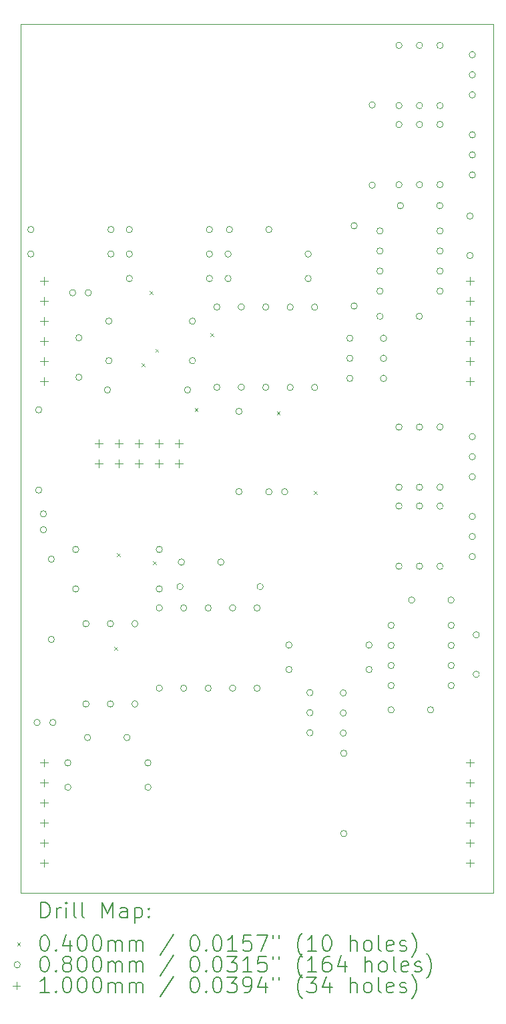
<source format=gbr>
%TF.GenerationSoftware,KiCad,Pcbnew,7.0.7-7.0.7~ubuntu22.04.1*%
%TF.CreationDate,2023-09-23T22:53:29+02:00*%
%TF.ProjectId,MS20-VCF,4d533230-2d56-4434-962e-6b696361645f,rev?*%
%TF.SameCoordinates,Original*%
%TF.FileFunction,Drillmap*%
%TF.FilePolarity,Positive*%
%FSLAX45Y45*%
G04 Gerber Fmt 4.5, Leading zero omitted, Abs format (unit mm)*
G04 Created by KiCad (PCBNEW 7.0.7-7.0.7~ubuntu22.04.1) date 2023-09-23 22:53:29*
%MOMM*%
%LPD*%
G01*
G04 APERTURE LIST*
%ADD10C,0.050000*%
%ADD11C,0.200000*%
%ADD12C,0.040000*%
%ADD13C,0.080000*%
%ADD14C,0.100000*%
G04 APERTURE END LIST*
D10*
X9000000Y-3650000D02*
X9000000Y-14650000D01*
X3000000Y-3650000D02*
X9000000Y-3650000D01*
X3000000Y-3650000D02*
X3000000Y-14650000D01*
X3000000Y-14650000D02*
X9000000Y-14650000D01*
D11*
D12*
X4190000Y-11530000D02*
X4230000Y-11570000D01*
X4230000Y-11530000D02*
X4190000Y-11570000D01*
X4220000Y-10350000D02*
X4260000Y-10390000D01*
X4260000Y-10350000D02*
X4220000Y-10390000D01*
X4534027Y-7941703D02*
X4574027Y-7981703D01*
X4574027Y-7941703D02*
X4534027Y-7981703D01*
X4640000Y-7030000D02*
X4680000Y-7070000D01*
X4680000Y-7030000D02*
X4640000Y-7070000D01*
X4680000Y-10450000D02*
X4720000Y-10490000D01*
X4720000Y-10450000D02*
X4680000Y-10490000D01*
X4710000Y-7760000D02*
X4750000Y-7800000D01*
X4750000Y-7760000D02*
X4710000Y-7800000D01*
X5210000Y-8510000D02*
X5250000Y-8550000D01*
X5250000Y-8510000D02*
X5210000Y-8550000D01*
X5410000Y-7560000D02*
X5450000Y-7600000D01*
X5450000Y-7560000D02*
X5410000Y-7600000D01*
X6250000Y-8550000D02*
X6290000Y-8590000D01*
X6290000Y-8550000D02*
X6250000Y-8590000D01*
X6720000Y-9560000D02*
X6760000Y-9600000D01*
X6760000Y-9560000D02*
X6720000Y-9600000D01*
D13*
X3170000Y-6250000D02*
G75*
G03*
X3170000Y-6250000I-40000J0D01*
G01*
X3170000Y-6560000D02*
G75*
G03*
X3170000Y-6560000I-40000J0D01*
G01*
X3250000Y-12490000D02*
G75*
G03*
X3250000Y-12490000I-40000J0D01*
G01*
X3270000Y-8532000D02*
G75*
G03*
X3270000Y-8532000I-40000J0D01*
G01*
X3270000Y-9548000D02*
G75*
G03*
X3270000Y-9548000I-40000J0D01*
G01*
X3330000Y-9850000D02*
G75*
G03*
X3330000Y-9850000I-40000J0D01*
G01*
X3330000Y-10050000D02*
G75*
G03*
X3330000Y-10050000I-40000J0D01*
G01*
X3430000Y-10422000D02*
G75*
G03*
X3430000Y-10422000I-40000J0D01*
G01*
X3430000Y-11438000D02*
G75*
G03*
X3430000Y-11438000I-40000J0D01*
G01*
X3450000Y-12490000D02*
G75*
G03*
X3450000Y-12490000I-40000J0D01*
G01*
X3640000Y-13000000D02*
G75*
G03*
X3640000Y-13000000I-40000J0D01*
G01*
X3640000Y-13310000D02*
G75*
G03*
X3640000Y-13310000I-40000J0D01*
G01*
X3700000Y-7050000D02*
G75*
G03*
X3700000Y-7050000I-40000J0D01*
G01*
X3740000Y-10300000D02*
G75*
G03*
X3740000Y-10300000I-40000J0D01*
G01*
X3740000Y-10800000D02*
G75*
G03*
X3740000Y-10800000I-40000J0D01*
G01*
X3780000Y-7620000D02*
G75*
G03*
X3780000Y-7620000I-40000J0D01*
G01*
X3780000Y-8120000D02*
G75*
G03*
X3780000Y-8120000I-40000J0D01*
G01*
X3870000Y-11240000D02*
G75*
G03*
X3870000Y-11240000I-40000J0D01*
G01*
X3870000Y-12256000D02*
G75*
G03*
X3870000Y-12256000I-40000J0D01*
G01*
X3890000Y-12680000D02*
G75*
G03*
X3890000Y-12680000I-40000J0D01*
G01*
X3900000Y-7050000D02*
G75*
G03*
X3900000Y-7050000I-40000J0D01*
G01*
X4142000Y-8280000D02*
G75*
G03*
X4142000Y-8280000I-40000J0D01*
G01*
X4160000Y-7410000D02*
G75*
G03*
X4160000Y-7410000I-40000J0D01*
G01*
X4160000Y-7910000D02*
G75*
G03*
X4160000Y-7910000I-40000J0D01*
G01*
X4180000Y-11240000D02*
G75*
G03*
X4180000Y-11240000I-40000J0D01*
G01*
X4180000Y-12256000D02*
G75*
G03*
X4180000Y-12256000I-40000J0D01*
G01*
X4186000Y-6250000D02*
G75*
G03*
X4186000Y-6250000I-40000J0D01*
G01*
X4186000Y-6560000D02*
G75*
G03*
X4186000Y-6560000I-40000J0D01*
G01*
X4390000Y-12680000D02*
G75*
G03*
X4390000Y-12680000I-40000J0D01*
G01*
X4420000Y-6250000D02*
G75*
G03*
X4420000Y-6250000I-40000J0D01*
G01*
X4420000Y-6560000D02*
G75*
G03*
X4420000Y-6560000I-40000J0D01*
G01*
X4420000Y-6870000D02*
G75*
G03*
X4420000Y-6870000I-40000J0D01*
G01*
X4490000Y-11240000D02*
G75*
G03*
X4490000Y-11240000I-40000J0D01*
G01*
X4490000Y-12256000D02*
G75*
G03*
X4490000Y-12256000I-40000J0D01*
G01*
X4656000Y-13000000D02*
G75*
G03*
X4656000Y-13000000I-40000J0D01*
G01*
X4656000Y-13310000D02*
G75*
G03*
X4656000Y-13310000I-40000J0D01*
G01*
X4800000Y-10300000D02*
G75*
G03*
X4800000Y-10300000I-40000J0D01*
G01*
X4800000Y-10800000D02*
G75*
G03*
X4800000Y-10800000I-40000J0D01*
G01*
X4800000Y-11040000D02*
G75*
G03*
X4800000Y-11040000I-40000J0D01*
G01*
X4800000Y-12056000D02*
G75*
G03*
X4800000Y-12056000I-40000J0D01*
G01*
X5062000Y-10770000D02*
G75*
G03*
X5062000Y-10770000I-40000J0D01*
G01*
X5080000Y-10460000D02*
G75*
G03*
X5080000Y-10460000I-40000J0D01*
G01*
X5110000Y-11040000D02*
G75*
G03*
X5110000Y-11040000I-40000J0D01*
G01*
X5110000Y-12056000D02*
G75*
G03*
X5110000Y-12056000I-40000J0D01*
G01*
X5158000Y-8280000D02*
G75*
G03*
X5158000Y-8280000I-40000J0D01*
G01*
X5220000Y-7410000D02*
G75*
G03*
X5220000Y-7410000I-40000J0D01*
G01*
X5220000Y-7910000D02*
G75*
G03*
X5220000Y-7910000I-40000J0D01*
G01*
X5420000Y-11040000D02*
G75*
G03*
X5420000Y-11040000I-40000J0D01*
G01*
X5420000Y-12056000D02*
G75*
G03*
X5420000Y-12056000I-40000J0D01*
G01*
X5436000Y-6250000D02*
G75*
G03*
X5436000Y-6250000I-40000J0D01*
G01*
X5436000Y-6560000D02*
G75*
G03*
X5436000Y-6560000I-40000J0D01*
G01*
X5436000Y-6870000D02*
G75*
G03*
X5436000Y-6870000I-40000J0D01*
G01*
X5530000Y-7230000D02*
G75*
G03*
X5530000Y-7230000I-40000J0D01*
G01*
X5530000Y-8246000D02*
G75*
G03*
X5530000Y-8246000I-40000J0D01*
G01*
X5580000Y-10460000D02*
G75*
G03*
X5580000Y-10460000I-40000J0D01*
G01*
X5672000Y-6560000D02*
G75*
G03*
X5672000Y-6560000I-40000J0D01*
G01*
X5672000Y-6870000D02*
G75*
G03*
X5672000Y-6870000I-40000J0D01*
G01*
X5690000Y-6250000D02*
G75*
G03*
X5690000Y-6250000I-40000J0D01*
G01*
X5730000Y-11040000D02*
G75*
G03*
X5730000Y-11040000I-40000J0D01*
G01*
X5730000Y-12056000D02*
G75*
G03*
X5730000Y-12056000I-40000J0D01*
G01*
X5810000Y-8552000D02*
G75*
G03*
X5810000Y-8552000I-40000J0D01*
G01*
X5810000Y-9568000D02*
G75*
G03*
X5810000Y-9568000I-40000J0D01*
G01*
X5840000Y-7230000D02*
G75*
G03*
X5840000Y-7230000I-40000J0D01*
G01*
X5840000Y-8246000D02*
G75*
G03*
X5840000Y-8246000I-40000J0D01*
G01*
X6040000Y-11040000D02*
G75*
G03*
X6040000Y-11040000I-40000J0D01*
G01*
X6040000Y-12056000D02*
G75*
G03*
X6040000Y-12056000I-40000J0D01*
G01*
X6078000Y-10770000D02*
G75*
G03*
X6078000Y-10770000I-40000J0D01*
G01*
X6150000Y-7232000D02*
G75*
G03*
X6150000Y-7232000I-40000J0D01*
G01*
X6150000Y-8248000D02*
G75*
G03*
X6150000Y-8248000I-40000J0D01*
G01*
X6190000Y-6250000D02*
G75*
G03*
X6190000Y-6250000I-40000J0D01*
G01*
X6190000Y-9570000D02*
G75*
G03*
X6190000Y-9570000I-40000J0D01*
G01*
X6390000Y-9570000D02*
G75*
G03*
X6390000Y-9570000I-40000J0D01*
G01*
X6444000Y-11510000D02*
G75*
G03*
X6444000Y-11510000I-40000J0D01*
G01*
X6444000Y-11820000D02*
G75*
G03*
X6444000Y-11820000I-40000J0D01*
G01*
X6460000Y-7232000D02*
G75*
G03*
X6460000Y-7232000I-40000J0D01*
G01*
X6460000Y-8248000D02*
G75*
G03*
X6460000Y-8248000I-40000J0D01*
G01*
X6688000Y-6560000D02*
G75*
G03*
X6688000Y-6560000I-40000J0D01*
G01*
X6688000Y-6870000D02*
G75*
G03*
X6688000Y-6870000I-40000J0D01*
G01*
X6710000Y-12112000D02*
G75*
G03*
X6710000Y-12112000I-40000J0D01*
G01*
X6710000Y-12366000D02*
G75*
G03*
X6710000Y-12366000I-40000J0D01*
G01*
X6710000Y-12620000D02*
G75*
G03*
X6710000Y-12620000I-40000J0D01*
G01*
X6770000Y-7232000D02*
G75*
G03*
X6770000Y-7232000I-40000J0D01*
G01*
X6770000Y-8248000D02*
G75*
G03*
X6770000Y-8248000I-40000J0D01*
G01*
X7134000Y-12116000D02*
G75*
G03*
X7134000Y-12116000I-40000J0D01*
G01*
X7134000Y-12370000D02*
G75*
G03*
X7134000Y-12370000I-40000J0D01*
G01*
X7134000Y-12624000D02*
G75*
G03*
X7134000Y-12624000I-40000J0D01*
G01*
X7140000Y-12880000D02*
G75*
G03*
X7140000Y-12880000I-40000J0D01*
G01*
X7140000Y-13896000D02*
G75*
G03*
X7140000Y-13896000I-40000J0D01*
G01*
X7216000Y-7626000D02*
G75*
G03*
X7216000Y-7626000I-40000J0D01*
G01*
X7216000Y-7880000D02*
G75*
G03*
X7216000Y-7880000I-40000J0D01*
G01*
X7216000Y-8134000D02*
G75*
G03*
X7216000Y-8134000I-40000J0D01*
G01*
X7270000Y-6202000D02*
G75*
G03*
X7270000Y-6202000I-40000J0D01*
G01*
X7270000Y-7218000D02*
G75*
G03*
X7270000Y-7218000I-40000J0D01*
G01*
X7460000Y-11510000D02*
G75*
G03*
X7460000Y-11510000I-40000J0D01*
G01*
X7460000Y-11820000D02*
G75*
G03*
X7460000Y-11820000I-40000J0D01*
G01*
X7500000Y-4672000D02*
G75*
G03*
X7500000Y-4672000I-40000J0D01*
G01*
X7500000Y-5688000D02*
G75*
G03*
X7500000Y-5688000I-40000J0D01*
G01*
X7598000Y-6268000D02*
G75*
G03*
X7598000Y-6268000I-40000J0D01*
G01*
X7598000Y-6522000D02*
G75*
G03*
X7598000Y-6522000I-40000J0D01*
G01*
X7598000Y-6776000D02*
G75*
G03*
X7598000Y-6776000I-40000J0D01*
G01*
X7598000Y-7030000D02*
G75*
G03*
X7598000Y-7030000I-40000J0D01*
G01*
X7598000Y-7348000D02*
G75*
G03*
X7598000Y-7348000I-40000J0D01*
G01*
X7644000Y-7626000D02*
G75*
G03*
X7644000Y-7626000I-40000J0D01*
G01*
X7644000Y-7880000D02*
G75*
G03*
X7644000Y-7880000I-40000J0D01*
G01*
X7644000Y-8134000D02*
G75*
G03*
X7644000Y-8134000I-40000J0D01*
G01*
X7740000Y-11260000D02*
G75*
G03*
X7740000Y-11260000I-40000J0D01*
G01*
X7740000Y-11514000D02*
G75*
G03*
X7740000Y-11514000I-40000J0D01*
G01*
X7740000Y-11768000D02*
G75*
G03*
X7740000Y-11768000I-40000J0D01*
G01*
X7740000Y-12022000D02*
G75*
G03*
X7740000Y-12022000I-40000J0D01*
G01*
X7740000Y-12330000D02*
G75*
G03*
X7740000Y-12330000I-40000J0D01*
G01*
X7840000Y-3919000D02*
G75*
G03*
X7840000Y-3919000I-40000J0D01*
G01*
X7840000Y-4681000D02*
G75*
G03*
X7840000Y-4681000I-40000J0D01*
G01*
X7840000Y-4920000D02*
G75*
G03*
X7840000Y-4920000I-40000J0D01*
G01*
X7840000Y-5682000D02*
G75*
G03*
X7840000Y-5682000I-40000J0D01*
G01*
X7840000Y-8750000D02*
G75*
G03*
X7840000Y-8750000I-40000J0D01*
G01*
X7840000Y-9512000D02*
G75*
G03*
X7840000Y-9512000I-40000J0D01*
G01*
X7840000Y-9750000D02*
G75*
G03*
X7840000Y-9750000I-40000J0D01*
G01*
X7840000Y-10512000D02*
G75*
G03*
X7840000Y-10512000I-40000J0D01*
G01*
X7858000Y-5948000D02*
G75*
G03*
X7858000Y-5948000I-40000J0D01*
G01*
X8000000Y-10940000D02*
G75*
G03*
X8000000Y-10940000I-40000J0D01*
G01*
X8098000Y-7348000D02*
G75*
G03*
X8098000Y-7348000I-40000J0D01*
G01*
X8100000Y-3919000D02*
G75*
G03*
X8100000Y-3919000I-40000J0D01*
G01*
X8100000Y-4681000D02*
G75*
G03*
X8100000Y-4681000I-40000J0D01*
G01*
X8100000Y-4920000D02*
G75*
G03*
X8100000Y-4920000I-40000J0D01*
G01*
X8100000Y-5682000D02*
G75*
G03*
X8100000Y-5682000I-40000J0D01*
G01*
X8100000Y-8750000D02*
G75*
G03*
X8100000Y-8750000I-40000J0D01*
G01*
X8100000Y-9512000D02*
G75*
G03*
X8100000Y-9512000I-40000J0D01*
G01*
X8100000Y-9750000D02*
G75*
G03*
X8100000Y-9750000I-40000J0D01*
G01*
X8100000Y-10512000D02*
G75*
G03*
X8100000Y-10512000I-40000J0D01*
G01*
X8240000Y-12330000D02*
G75*
G03*
X8240000Y-12330000I-40000J0D01*
G01*
X8358000Y-5948000D02*
G75*
G03*
X8358000Y-5948000I-40000J0D01*
G01*
X8360000Y-3919000D02*
G75*
G03*
X8360000Y-3919000I-40000J0D01*
G01*
X8360000Y-4681000D02*
G75*
G03*
X8360000Y-4681000I-40000J0D01*
G01*
X8360000Y-4920000D02*
G75*
G03*
X8360000Y-4920000I-40000J0D01*
G01*
X8360000Y-5682000D02*
G75*
G03*
X8360000Y-5682000I-40000J0D01*
G01*
X8360000Y-6268000D02*
G75*
G03*
X8360000Y-6268000I-40000J0D01*
G01*
X8360000Y-6522000D02*
G75*
G03*
X8360000Y-6522000I-40000J0D01*
G01*
X8360000Y-6776000D02*
G75*
G03*
X8360000Y-6776000I-40000J0D01*
G01*
X8360000Y-7030000D02*
G75*
G03*
X8360000Y-7030000I-40000J0D01*
G01*
X8360000Y-8750000D02*
G75*
G03*
X8360000Y-8750000I-40000J0D01*
G01*
X8360000Y-9512000D02*
G75*
G03*
X8360000Y-9512000I-40000J0D01*
G01*
X8360000Y-9750000D02*
G75*
G03*
X8360000Y-9750000I-40000J0D01*
G01*
X8360000Y-10512000D02*
G75*
G03*
X8360000Y-10512000I-40000J0D01*
G01*
X8500000Y-10940000D02*
G75*
G03*
X8500000Y-10940000I-40000J0D01*
G01*
X8502000Y-11260000D02*
G75*
G03*
X8502000Y-11260000I-40000J0D01*
G01*
X8502000Y-11514000D02*
G75*
G03*
X8502000Y-11514000I-40000J0D01*
G01*
X8502000Y-11768000D02*
G75*
G03*
X8502000Y-11768000I-40000J0D01*
G01*
X8502000Y-12022000D02*
G75*
G03*
X8502000Y-12022000I-40000J0D01*
G01*
X8740000Y-6080000D02*
G75*
G03*
X8740000Y-6080000I-40000J0D01*
G01*
X8740000Y-6580000D02*
G75*
G03*
X8740000Y-6580000I-40000J0D01*
G01*
X8770000Y-4036000D02*
G75*
G03*
X8770000Y-4036000I-40000J0D01*
G01*
X8770000Y-4290000D02*
G75*
G03*
X8770000Y-4290000I-40000J0D01*
G01*
X8770000Y-4544000D02*
G75*
G03*
X8770000Y-4544000I-40000J0D01*
G01*
X8770000Y-5051000D02*
G75*
G03*
X8770000Y-5051000I-40000J0D01*
G01*
X8770000Y-5305000D02*
G75*
G03*
X8770000Y-5305000I-40000J0D01*
G01*
X8770000Y-5559000D02*
G75*
G03*
X8770000Y-5559000I-40000J0D01*
G01*
X8770000Y-8872000D02*
G75*
G03*
X8770000Y-8872000I-40000J0D01*
G01*
X8770000Y-9126000D02*
G75*
G03*
X8770000Y-9126000I-40000J0D01*
G01*
X8770000Y-9380000D02*
G75*
G03*
X8770000Y-9380000I-40000J0D01*
G01*
X8770000Y-9882000D02*
G75*
G03*
X8770000Y-9882000I-40000J0D01*
G01*
X8770000Y-10136000D02*
G75*
G03*
X8770000Y-10136000I-40000J0D01*
G01*
X8770000Y-10390000D02*
G75*
G03*
X8770000Y-10390000I-40000J0D01*
G01*
X8820000Y-11380000D02*
G75*
G03*
X8820000Y-11380000I-40000J0D01*
G01*
X8820000Y-11880000D02*
G75*
G03*
X8820000Y-11880000I-40000J0D01*
G01*
D14*
X3300000Y-6850000D02*
X3300000Y-6950000D01*
X3250000Y-6900000D02*
X3350000Y-6900000D01*
X3300000Y-7104000D02*
X3300000Y-7204000D01*
X3250000Y-7154000D02*
X3350000Y-7154000D01*
X3300000Y-7358000D02*
X3300000Y-7458000D01*
X3250000Y-7408000D02*
X3350000Y-7408000D01*
X3300000Y-7612000D02*
X3300000Y-7712000D01*
X3250000Y-7662000D02*
X3350000Y-7662000D01*
X3300000Y-7866000D02*
X3300000Y-7966000D01*
X3250000Y-7916000D02*
X3350000Y-7916000D01*
X3300000Y-8120000D02*
X3300000Y-8220000D01*
X3250000Y-8170000D02*
X3350000Y-8170000D01*
X3300000Y-12950000D02*
X3300000Y-13050000D01*
X3250000Y-13000000D02*
X3350000Y-13000000D01*
X3300000Y-13204000D02*
X3300000Y-13304000D01*
X3250000Y-13254000D02*
X3350000Y-13254000D01*
X3300000Y-13458000D02*
X3300000Y-13558000D01*
X3250000Y-13508000D02*
X3350000Y-13508000D01*
X3300000Y-13712000D02*
X3300000Y-13812000D01*
X3250000Y-13762000D02*
X3350000Y-13762000D01*
X3300000Y-13966000D02*
X3300000Y-14066000D01*
X3250000Y-14016000D02*
X3350000Y-14016000D01*
X3300000Y-14220000D02*
X3300000Y-14320000D01*
X3250000Y-14270000D02*
X3350000Y-14270000D01*
X3992000Y-8906000D02*
X3992000Y-9006000D01*
X3942000Y-8956000D02*
X4042000Y-8956000D01*
X3992000Y-9160000D02*
X3992000Y-9260000D01*
X3942000Y-9210000D02*
X4042000Y-9210000D01*
X4246000Y-8906000D02*
X4246000Y-9006000D01*
X4196000Y-8956000D02*
X4296000Y-8956000D01*
X4246000Y-9160000D02*
X4246000Y-9260000D01*
X4196000Y-9210000D02*
X4296000Y-9210000D01*
X4500000Y-8906000D02*
X4500000Y-9006000D01*
X4450000Y-8956000D02*
X4550000Y-8956000D01*
X4500000Y-9160000D02*
X4500000Y-9260000D01*
X4450000Y-9210000D02*
X4550000Y-9210000D01*
X4754000Y-8906000D02*
X4754000Y-9006000D01*
X4704000Y-8956000D02*
X4804000Y-8956000D01*
X4754000Y-9160000D02*
X4754000Y-9260000D01*
X4704000Y-9210000D02*
X4804000Y-9210000D01*
X5008000Y-8906000D02*
X5008000Y-9006000D01*
X4958000Y-8956000D02*
X5058000Y-8956000D01*
X5008000Y-9160000D02*
X5008000Y-9260000D01*
X4958000Y-9210000D02*
X5058000Y-9210000D01*
X8700000Y-6850000D02*
X8700000Y-6950000D01*
X8650000Y-6900000D02*
X8750000Y-6900000D01*
X8700000Y-7104000D02*
X8700000Y-7204000D01*
X8650000Y-7154000D02*
X8750000Y-7154000D01*
X8700000Y-7358000D02*
X8700000Y-7458000D01*
X8650000Y-7408000D02*
X8750000Y-7408000D01*
X8700000Y-7612000D02*
X8700000Y-7712000D01*
X8650000Y-7662000D02*
X8750000Y-7662000D01*
X8700000Y-7866000D02*
X8700000Y-7966000D01*
X8650000Y-7916000D02*
X8750000Y-7916000D01*
X8700000Y-8120000D02*
X8700000Y-8220000D01*
X8650000Y-8170000D02*
X8750000Y-8170000D01*
X8700000Y-12950000D02*
X8700000Y-13050000D01*
X8650000Y-13000000D02*
X8750000Y-13000000D01*
X8700000Y-13204000D02*
X8700000Y-13304000D01*
X8650000Y-13254000D02*
X8750000Y-13254000D01*
X8700000Y-13458000D02*
X8700000Y-13558000D01*
X8650000Y-13508000D02*
X8750000Y-13508000D01*
X8700000Y-13712000D02*
X8700000Y-13812000D01*
X8650000Y-13762000D02*
X8750000Y-13762000D01*
X8700000Y-13966000D02*
X8700000Y-14066000D01*
X8650000Y-14016000D02*
X8750000Y-14016000D01*
X8700000Y-14220000D02*
X8700000Y-14320000D01*
X8650000Y-14270000D02*
X8750000Y-14270000D01*
D11*
X3258277Y-14963984D02*
X3258277Y-14763984D01*
X3258277Y-14763984D02*
X3305896Y-14763984D01*
X3305896Y-14763984D02*
X3334467Y-14773508D01*
X3334467Y-14773508D02*
X3353515Y-14792555D01*
X3353515Y-14792555D02*
X3363039Y-14811603D01*
X3363039Y-14811603D02*
X3372562Y-14849698D01*
X3372562Y-14849698D02*
X3372562Y-14878269D01*
X3372562Y-14878269D02*
X3363039Y-14916365D01*
X3363039Y-14916365D02*
X3353515Y-14935412D01*
X3353515Y-14935412D02*
X3334467Y-14954460D01*
X3334467Y-14954460D02*
X3305896Y-14963984D01*
X3305896Y-14963984D02*
X3258277Y-14963984D01*
X3458277Y-14963984D02*
X3458277Y-14830650D01*
X3458277Y-14868746D02*
X3467801Y-14849698D01*
X3467801Y-14849698D02*
X3477324Y-14840174D01*
X3477324Y-14840174D02*
X3496372Y-14830650D01*
X3496372Y-14830650D02*
X3515420Y-14830650D01*
X3582086Y-14963984D02*
X3582086Y-14830650D01*
X3582086Y-14763984D02*
X3572562Y-14773508D01*
X3572562Y-14773508D02*
X3582086Y-14783031D01*
X3582086Y-14783031D02*
X3591610Y-14773508D01*
X3591610Y-14773508D02*
X3582086Y-14763984D01*
X3582086Y-14763984D02*
X3582086Y-14783031D01*
X3705896Y-14963984D02*
X3686848Y-14954460D01*
X3686848Y-14954460D02*
X3677324Y-14935412D01*
X3677324Y-14935412D02*
X3677324Y-14763984D01*
X3810658Y-14963984D02*
X3791610Y-14954460D01*
X3791610Y-14954460D02*
X3782086Y-14935412D01*
X3782086Y-14935412D02*
X3782086Y-14763984D01*
X4039229Y-14963984D02*
X4039229Y-14763984D01*
X4039229Y-14763984D02*
X4105896Y-14906841D01*
X4105896Y-14906841D02*
X4172562Y-14763984D01*
X4172562Y-14763984D02*
X4172562Y-14963984D01*
X4353515Y-14963984D02*
X4353515Y-14859222D01*
X4353515Y-14859222D02*
X4343991Y-14840174D01*
X4343991Y-14840174D02*
X4324944Y-14830650D01*
X4324944Y-14830650D02*
X4286848Y-14830650D01*
X4286848Y-14830650D02*
X4267801Y-14840174D01*
X4353515Y-14954460D02*
X4334467Y-14963984D01*
X4334467Y-14963984D02*
X4286848Y-14963984D01*
X4286848Y-14963984D02*
X4267801Y-14954460D01*
X4267801Y-14954460D02*
X4258277Y-14935412D01*
X4258277Y-14935412D02*
X4258277Y-14916365D01*
X4258277Y-14916365D02*
X4267801Y-14897317D01*
X4267801Y-14897317D02*
X4286848Y-14887793D01*
X4286848Y-14887793D02*
X4334467Y-14887793D01*
X4334467Y-14887793D02*
X4353515Y-14878269D01*
X4448753Y-14830650D02*
X4448753Y-15030650D01*
X4448753Y-14840174D02*
X4467801Y-14830650D01*
X4467801Y-14830650D02*
X4505896Y-14830650D01*
X4505896Y-14830650D02*
X4524944Y-14840174D01*
X4524944Y-14840174D02*
X4534467Y-14849698D01*
X4534467Y-14849698D02*
X4543991Y-14868746D01*
X4543991Y-14868746D02*
X4543991Y-14925888D01*
X4543991Y-14925888D02*
X4534467Y-14944936D01*
X4534467Y-14944936D02*
X4524944Y-14954460D01*
X4524944Y-14954460D02*
X4505896Y-14963984D01*
X4505896Y-14963984D02*
X4467801Y-14963984D01*
X4467801Y-14963984D02*
X4448753Y-14954460D01*
X4629705Y-14944936D02*
X4639229Y-14954460D01*
X4639229Y-14954460D02*
X4629705Y-14963984D01*
X4629705Y-14963984D02*
X4620182Y-14954460D01*
X4620182Y-14954460D02*
X4629705Y-14944936D01*
X4629705Y-14944936D02*
X4629705Y-14963984D01*
X4629705Y-14840174D02*
X4639229Y-14849698D01*
X4639229Y-14849698D02*
X4629705Y-14859222D01*
X4629705Y-14859222D02*
X4620182Y-14849698D01*
X4620182Y-14849698D02*
X4629705Y-14840174D01*
X4629705Y-14840174D02*
X4629705Y-14859222D01*
D12*
X2957500Y-15272500D02*
X2997500Y-15312500D01*
X2997500Y-15272500D02*
X2957500Y-15312500D01*
D11*
X3296372Y-15183984D02*
X3315420Y-15183984D01*
X3315420Y-15183984D02*
X3334467Y-15193508D01*
X3334467Y-15193508D02*
X3343991Y-15203031D01*
X3343991Y-15203031D02*
X3353515Y-15222079D01*
X3353515Y-15222079D02*
X3363039Y-15260174D01*
X3363039Y-15260174D02*
X3363039Y-15307793D01*
X3363039Y-15307793D02*
X3353515Y-15345888D01*
X3353515Y-15345888D02*
X3343991Y-15364936D01*
X3343991Y-15364936D02*
X3334467Y-15374460D01*
X3334467Y-15374460D02*
X3315420Y-15383984D01*
X3315420Y-15383984D02*
X3296372Y-15383984D01*
X3296372Y-15383984D02*
X3277324Y-15374460D01*
X3277324Y-15374460D02*
X3267801Y-15364936D01*
X3267801Y-15364936D02*
X3258277Y-15345888D01*
X3258277Y-15345888D02*
X3248753Y-15307793D01*
X3248753Y-15307793D02*
X3248753Y-15260174D01*
X3248753Y-15260174D02*
X3258277Y-15222079D01*
X3258277Y-15222079D02*
X3267801Y-15203031D01*
X3267801Y-15203031D02*
X3277324Y-15193508D01*
X3277324Y-15193508D02*
X3296372Y-15183984D01*
X3448753Y-15364936D02*
X3458277Y-15374460D01*
X3458277Y-15374460D02*
X3448753Y-15383984D01*
X3448753Y-15383984D02*
X3439229Y-15374460D01*
X3439229Y-15374460D02*
X3448753Y-15364936D01*
X3448753Y-15364936D02*
X3448753Y-15383984D01*
X3629705Y-15250650D02*
X3629705Y-15383984D01*
X3582086Y-15174460D02*
X3534467Y-15317317D01*
X3534467Y-15317317D02*
X3658277Y-15317317D01*
X3772562Y-15183984D02*
X3791610Y-15183984D01*
X3791610Y-15183984D02*
X3810658Y-15193508D01*
X3810658Y-15193508D02*
X3820182Y-15203031D01*
X3820182Y-15203031D02*
X3829705Y-15222079D01*
X3829705Y-15222079D02*
X3839229Y-15260174D01*
X3839229Y-15260174D02*
X3839229Y-15307793D01*
X3839229Y-15307793D02*
X3829705Y-15345888D01*
X3829705Y-15345888D02*
X3820182Y-15364936D01*
X3820182Y-15364936D02*
X3810658Y-15374460D01*
X3810658Y-15374460D02*
X3791610Y-15383984D01*
X3791610Y-15383984D02*
X3772562Y-15383984D01*
X3772562Y-15383984D02*
X3753515Y-15374460D01*
X3753515Y-15374460D02*
X3743991Y-15364936D01*
X3743991Y-15364936D02*
X3734467Y-15345888D01*
X3734467Y-15345888D02*
X3724943Y-15307793D01*
X3724943Y-15307793D02*
X3724943Y-15260174D01*
X3724943Y-15260174D02*
X3734467Y-15222079D01*
X3734467Y-15222079D02*
X3743991Y-15203031D01*
X3743991Y-15203031D02*
X3753515Y-15193508D01*
X3753515Y-15193508D02*
X3772562Y-15183984D01*
X3963039Y-15183984D02*
X3982086Y-15183984D01*
X3982086Y-15183984D02*
X4001134Y-15193508D01*
X4001134Y-15193508D02*
X4010658Y-15203031D01*
X4010658Y-15203031D02*
X4020182Y-15222079D01*
X4020182Y-15222079D02*
X4029705Y-15260174D01*
X4029705Y-15260174D02*
X4029705Y-15307793D01*
X4029705Y-15307793D02*
X4020182Y-15345888D01*
X4020182Y-15345888D02*
X4010658Y-15364936D01*
X4010658Y-15364936D02*
X4001134Y-15374460D01*
X4001134Y-15374460D02*
X3982086Y-15383984D01*
X3982086Y-15383984D02*
X3963039Y-15383984D01*
X3963039Y-15383984D02*
X3943991Y-15374460D01*
X3943991Y-15374460D02*
X3934467Y-15364936D01*
X3934467Y-15364936D02*
X3924943Y-15345888D01*
X3924943Y-15345888D02*
X3915420Y-15307793D01*
X3915420Y-15307793D02*
X3915420Y-15260174D01*
X3915420Y-15260174D02*
X3924943Y-15222079D01*
X3924943Y-15222079D02*
X3934467Y-15203031D01*
X3934467Y-15203031D02*
X3943991Y-15193508D01*
X3943991Y-15193508D02*
X3963039Y-15183984D01*
X4115420Y-15383984D02*
X4115420Y-15250650D01*
X4115420Y-15269698D02*
X4124943Y-15260174D01*
X4124943Y-15260174D02*
X4143991Y-15250650D01*
X4143991Y-15250650D02*
X4172563Y-15250650D01*
X4172563Y-15250650D02*
X4191610Y-15260174D01*
X4191610Y-15260174D02*
X4201134Y-15279222D01*
X4201134Y-15279222D02*
X4201134Y-15383984D01*
X4201134Y-15279222D02*
X4210658Y-15260174D01*
X4210658Y-15260174D02*
X4229705Y-15250650D01*
X4229705Y-15250650D02*
X4258277Y-15250650D01*
X4258277Y-15250650D02*
X4277325Y-15260174D01*
X4277325Y-15260174D02*
X4286848Y-15279222D01*
X4286848Y-15279222D02*
X4286848Y-15383984D01*
X4382086Y-15383984D02*
X4382086Y-15250650D01*
X4382086Y-15269698D02*
X4391610Y-15260174D01*
X4391610Y-15260174D02*
X4410658Y-15250650D01*
X4410658Y-15250650D02*
X4439229Y-15250650D01*
X4439229Y-15250650D02*
X4458277Y-15260174D01*
X4458277Y-15260174D02*
X4467801Y-15279222D01*
X4467801Y-15279222D02*
X4467801Y-15383984D01*
X4467801Y-15279222D02*
X4477325Y-15260174D01*
X4477325Y-15260174D02*
X4496372Y-15250650D01*
X4496372Y-15250650D02*
X4524944Y-15250650D01*
X4524944Y-15250650D02*
X4543991Y-15260174D01*
X4543991Y-15260174D02*
X4553515Y-15279222D01*
X4553515Y-15279222D02*
X4553515Y-15383984D01*
X4943991Y-15174460D02*
X4772563Y-15431603D01*
X5201134Y-15183984D02*
X5220182Y-15183984D01*
X5220182Y-15183984D02*
X5239229Y-15193508D01*
X5239229Y-15193508D02*
X5248753Y-15203031D01*
X5248753Y-15203031D02*
X5258277Y-15222079D01*
X5258277Y-15222079D02*
X5267801Y-15260174D01*
X5267801Y-15260174D02*
X5267801Y-15307793D01*
X5267801Y-15307793D02*
X5258277Y-15345888D01*
X5258277Y-15345888D02*
X5248753Y-15364936D01*
X5248753Y-15364936D02*
X5239229Y-15374460D01*
X5239229Y-15374460D02*
X5220182Y-15383984D01*
X5220182Y-15383984D02*
X5201134Y-15383984D01*
X5201134Y-15383984D02*
X5182087Y-15374460D01*
X5182087Y-15374460D02*
X5172563Y-15364936D01*
X5172563Y-15364936D02*
X5163039Y-15345888D01*
X5163039Y-15345888D02*
X5153515Y-15307793D01*
X5153515Y-15307793D02*
X5153515Y-15260174D01*
X5153515Y-15260174D02*
X5163039Y-15222079D01*
X5163039Y-15222079D02*
X5172563Y-15203031D01*
X5172563Y-15203031D02*
X5182087Y-15193508D01*
X5182087Y-15193508D02*
X5201134Y-15183984D01*
X5353515Y-15364936D02*
X5363039Y-15374460D01*
X5363039Y-15374460D02*
X5353515Y-15383984D01*
X5353515Y-15383984D02*
X5343991Y-15374460D01*
X5343991Y-15374460D02*
X5353515Y-15364936D01*
X5353515Y-15364936D02*
X5353515Y-15383984D01*
X5486848Y-15183984D02*
X5505896Y-15183984D01*
X5505896Y-15183984D02*
X5524944Y-15193508D01*
X5524944Y-15193508D02*
X5534468Y-15203031D01*
X5534468Y-15203031D02*
X5543991Y-15222079D01*
X5543991Y-15222079D02*
X5553515Y-15260174D01*
X5553515Y-15260174D02*
X5553515Y-15307793D01*
X5553515Y-15307793D02*
X5543991Y-15345888D01*
X5543991Y-15345888D02*
X5534468Y-15364936D01*
X5534468Y-15364936D02*
X5524944Y-15374460D01*
X5524944Y-15374460D02*
X5505896Y-15383984D01*
X5505896Y-15383984D02*
X5486848Y-15383984D01*
X5486848Y-15383984D02*
X5467801Y-15374460D01*
X5467801Y-15374460D02*
X5458277Y-15364936D01*
X5458277Y-15364936D02*
X5448753Y-15345888D01*
X5448753Y-15345888D02*
X5439229Y-15307793D01*
X5439229Y-15307793D02*
X5439229Y-15260174D01*
X5439229Y-15260174D02*
X5448753Y-15222079D01*
X5448753Y-15222079D02*
X5458277Y-15203031D01*
X5458277Y-15203031D02*
X5467801Y-15193508D01*
X5467801Y-15193508D02*
X5486848Y-15183984D01*
X5743991Y-15383984D02*
X5629706Y-15383984D01*
X5686848Y-15383984D02*
X5686848Y-15183984D01*
X5686848Y-15183984D02*
X5667801Y-15212555D01*
X5667801Y-15212555D02*
X5648753Y-15231603D01*
X5648753Y-15231603D02*
X5629706Y-15241127D01*
X5924944Y-15183984D02*
X5829706Y-15183984D01*
X5829706Y-15183984D02*
X5820182Y-15279222D01*
X5820182Y-15279222D02*
X5829706Y-15269698D01*
X5829706Y-15269698D02*
X5848753Y-15260174D01*
X5848753Y-15260174D02*
X5896372Y-15260174D01*
X5896372Y-15260174D02*
X5915420Y-15269698D01*
X5915420Y-15269698D02*
X5924944Y-15279222D01*
X5924944Y-15279222D02*
X5934467Y-15298269D01*
X5934467Y-15298269D02*
X5934467Y-15345888D01*
X5934467Y-15345888D02*
X5924944Y-15364936D01*
X5924944Y-15364936D02*
X5915420Y-15374460D01*
X5915420Y-15374460D02*
X5896372Y-15383984D01*
X5896372Y-15383984D02*
X5848753Y-15383984D01*
X5848753Y-15383984D02*
X5829706Y-15374460D01*
X5829706Y-15374460D02*
X5820182Y-15364936D01*
X6001134Y-15183984D02*
X6134467Y-15183984D01*
X6134467Y-15183984D02*
X6048753Y-15383984D01*
X6201134Y-15183984D02*
X6201134Y-15222079D01*
X6277325Y-15183984D02*
X6277325Y-15222079D01*
X6572563Y-15460174D02*
X6563039Y-15450650D01*
X6563039Y-15450650D02*
X6543991Y-15422079D01*
X6543991Y-15422079D02*
X6534468Y-15403031D01*
X6534468Y-15403031D02*
X6524944Y-15374460D01*
X6524944Y-15374460D02*
X6515420Y-15326841D01*
X6515420Y-15326841D02*
X6515420Y-15288746D01*
X6515420Y-15288746D02*
X6524944Y-15241127D01*
X6524944Y-15241127D02*
X6534468Y-15212555D01*
X6534468Y-15212555D02*
X6543991Y-15193508D01*
X6543991Y-15193508D02*
X6563039Y-15164936D01*
X6563039Y-15164936D02*
X6572563Y-15155412D01*
X6753515Y-15383984D02*
X6639229Y-15383984D01*
X6696372Y-15383984D02*
X6696372Y-15183984D01*
X6696372Y-15183984D02*
X6677325Y-15212555D01*
X6677325Y-15212555D02*
X6658277Y-15231603D01*
X6658277Y-15231603D02*
X6639229Y-15241127D01*
X6877325Y-15183984D02*
X6896372Y-15183984D01*
X6896372Y-15183984D02*
X6915420Y-15193508D01*
X6915420Y-15193508D02*
X6924944Y-15203031D01*
X6924944Y-15203031D02*
X6934468Y-15222079D01*
X6934468Y-15222079D02*
X6943991Y-15260174D01*
X6943991Y-15260174D02*
X6943991Y-15307793D01*
X6943991Y-15307793D02*
X6934468Y-15345888D01*
X6934468Y-15345888D02*
X6924944Y-15364936D01*
X6924944Y-15364936D02*
X6915420Y-15374460D01*
X6915420Y-15374460D02*
X6896372Y-15383984D01*
X6896372Y-15383984D02*
X6877325Y-15383984D01*
X6877325Y-15383984D02*
X6858277Y-15374460D01*
X6858277Y-15374460D02*
X6848753Y-15364936D01*
X6848753Y-15364936D02*
X6839229Y-15345888D01*
X6839229Y-15345888D02*
X6829706Y-15307793D01*
X6829706Y-15307793D02*
X6829706Y-15260174D01*
X6829706Y-15260174D02*
X6839229Y-15222079D01*
X6839229Y-15222079D02*
X6848753Y-15203031D01*
X6848753Y-15203031D02*
X6858277Y-15193508D01*
X6858277Y-15193508D02*
X6877325Y-15183984D01*
X7182087Y-15383984D02*
X7182087Y-15183984D01*
X7267801Y-15383984D02*
X7267801Y-15279222D01*
X7267801Y-15279222D02*
X7258277Y-15260174D01*
X7258277Y-15260174D02*
X7239230Y-15250650D01*
X7239230Y-15250650D02*
X7210658Y-15250650D01*
X7210658Y-15250650D02*
X7191610Y-15260174D01*
X7191610Y-15260174D02*
X7182087Y-15269698D01*
X7391610Y-15383984D02*
X7372563Y-15374460D01*
X7372563Y-15374460D02*
X7363039Y-15364936D01*
X7363039Y-15364936D02*
X7353515Y-15345888D01*
X7353515Y-15345888D02*
X7353515Y-15288746D01*
X7353515Y-15288746D02*
X7363039Y-15269698D01*
X7363039Y-15269698D02*
X7372563Y-15260174D01*
X7372563Y-15260174D02*
X7391610Y-15250650D01*
X7391610Y-15250650D02*
X7420182Y-15250650D01*
X7420182Y-15250650D02*
X7439230Y-15260174D01*
X7439230Y-15260174D02*
X7448753Y-15269698D01*
X7448753Y-15269698D02*
X7458277Y-15288746D01*
X7458277Y-15288746D02*
X7458277Y-15345888D01*
X7458277Y-15345888D02*
X7448753Y-15364936D01*
X7448753Y-15364936D02*
X7439230Y-15374460D01*
X7439230Y-15374460D02*
X7420182Y-15383984D01*
X7420182Y-15383984D02*
X7391610Y-15383984D01*
X7572563Y-15383984D02*
X7553515Y-15374460D01*
X7553515Y-15374460D02*
X7543991Y-15355412D01*
X7543991Y-15355412D02*
X7543991Y-15183984D01*
X7724944Y-15374460D02*
X7705896Y-15383984D01*
X7705896Y-15383984D02*
X7667801Y-15383984D01*
X7667801Y-15383984D02*
X7648753Y-15374460D01*
X7648753Y-15374460D02*
X7639230Y-15355412D01*
X7639230Y-15355412D02*
X7639230Y-15279222D01*
X7639230Y-15279222D02*
X7648753Y-15260174D01*
X7648753Y-15260174D02*
X7667801Y-15250650D01*
X7667801Y-15250650D02*
X7705896Y-15250650D01*
X7705896Y-15250650D02*
X7724944Y-15260174D01*
X7724944Y-15260174D02*
X7734468Y-15279222D01*
X7734468Y-15279222D02*
X7734468Y-15298269D01*
X7734468Y-15298269D02*
X7639230Y-15317317D01*
X7810658Y-15374460D02*
X7829706Y-15383984D01*
X7829706Y-15383984D02*
X7867801Y-15383984D01*
X7867801Y-15383984D02*
X7886849Y-15374460D01*
X7886849Y-15374460D02*
X7896372Y-15355412D01*
X7896372Y-15355412D02*
X7896372Y-15345888D01*
X7896372Y-15345888D02*
X7886849Y-15326841D01*
X7886849Y-15326841D02*
X7867801Y-15317317D01*
X7867801Y-15317317D02*
X7839230Y-15317317D01*
X7839230Y-15317317D02*
X7820182Y-15307793D01*
X7820182Y-15307793D02*
X7810658Y-15288746D01*
X7810658Y-15288746D02*
X7810658Y-15279222D01*
X7810658Y-15279222D02*
X7820182Y-15260174D01*
X7820182Y-15260174D02*
X7839230Y-15250650D01*
X7839230Y-15250650D02*
X7867801Y-15250650D01*
X7867801Y-15250650D02*
X7886849Y-15260174D01*
X7963039Y-15460174D02*
X7972563Y-15450650D01*
X7972563Y-15450650D02*
X7991611Y-15422079D01*
X7991611Y-15422079D02*
X8001134Y-15403031D01*
X8001134Y-15403031D02*
X8010658Y-15374460D01*
X8010658Y-15374460D02*
X8020182Y-15326841D01*
X8020182Y-15326841D02*
X8020182Y-15288746D01*
X8020182Y-15288746D02*
X8010658Y-15241127D01*
X8010658Y-15241127D02*
X8001134Y-15212555D01*
X8001134Y-15212555D02*
X7991611Y-15193508D01*
X7991611Y-15193508D02*
X7972563Y-15164936D01*
X7972563Y-15164936D02*
X7963039Y-15155412D01*
D13*
X2997500Y-15556500D02*
G75*
G03*
X2997500Y-15556500I-40000J0D01*
G01*
D11*
X3296372Y-15447984D02*
X3315420Y-15447984D01*
X3315420Y-15447984D02*
X3334467Y-15457508D01*
X3334467Y-15457508D02*
X3343991Y-15467031D01*
X3343991Y-15467031D02*
X3353515Y-15486079D01*
X3353515Y-15486079D02*
X3363039Y-15524174D01*
X3363039Y-15524174D02*
X3363039Y-15571793D01*
X3363039Y-15571793D02*
X3353515Y-15609888D01*
X3353515Y-15609888D02*
X3343991Y-15628936D01*
X3343991Y-15628936D02*
X3334467Y-15638460D01*
X3334467Y-15638460D02*
X3315420Y-15647984D01*
X3315420Y-15647984D02*
X3296372Y-15647984D01*
X3296372Y-15647984D02*
X3277324Y-15638460D01*
X3277324Y-15638460D02*
X3267801Y-15628936D01*
X3267801Y-15628936D02*
X3258277Y-15609888D01*
X3258277Y-15609888D02*
X3248753Y-15571793D01*
X3248753Y-15571793D02*
X3248753Y-15524174D01*
X3248753Y-15524174D02*
X3258277Y-15486079D01*
X3258277Y-15486079D02*
X3267801Y-15467031D01*
X3267801Y-15467031D02*
X3277324Y-15457508D01*
X3277324Y-15457508D02*
X3296372Y-15447984D01*
X3448753Y-15628936D02*
X3458277Y-15638460D01*
X3458277Y-15638460D02*
X3448753Y-15647984D01*
X3448753Y-15647984D02*
X3439229Y-15638460D01*
X3439229Y-15638460D02*
X3448753Y-15628936D01*
X3448753Y-15628936D02*
X3448753Y-15647984D01*
X3572562Y-15533698D02*
X3553515Y-15524174D01*
X3553515Y-15524174D02*
X3543991Y-15514650D01*
X3543991Y-15514650D02*
X3534467Y-15495603D01*
X3534467Y-15495603D02*
X3534467Y-15486079D01*
X3534467Y-15486079D02*
X3543991Y-15467031D01*
X3543991Y-15467031D02*
X3553515Y-15457508D01*
X3553515Y-15457508D02*
X3572562Y-15447984D01*
X3572562Y-15447984D02*
X3610658Y-15447984D01*
X3610658Y-15447984D02*
X3629705Y-15457508D01*
X3629705Y-15457508D02*
X3639229Y-15467031D01*
X3639229Y-15467031D02*
X3648753Y-15486079D01*
X3648753Y-15486079D02*
X3648753Y-15495603D01*
X3648753Y-15495603D02*
X3639229Y-15514650D01*
X3639229Y-15514650D02*
X3629705Y-15524174D01*
X3629705Y-15524174D02*
X3610658Y-15533698D01*
X3610658Y-15533698D02*
X3572562Y-15533698D01*
X3572562Y-15533698D02*
X3553515Y-15543222D01*
X3553515Y-15543222D02*
X3543991Y-15552746D01*
X3543991Y-15552746D02*
X3534467Y-15571793D01*
X3534467Y-15571793D02*
X3534467Y-15609888D01*
X3534467Y-15609888D02*
X3543991Y-15628936D01*
X3543991Y-15628936D02*
X3553515Y-15638460D01*
X3553515Y-15638460D02*
X3572562Y-15647984D01*
X3572562Y-15647984D02*
X3610658Y-15647984D01*
X3610658Y-15647984D02*
X3629705Y-15638460D01*
X3629705Y-15638460D02*
X3639229Y-15628936D01*
X3639229Y-15628936D02*
X3648753Y-15609888D01*
X3648753Y-15609888D02*
X3648753Y-15571793D01*
X3648753Y-15571793D02*
X3639229Y-15552746D01*
X3639229Y-15552746D02*
X3629705Y-15543222D01*
X3629705Y-15543222D02*
X3610658Y-15533698D01*
X3772562Y-15447984D02*
X3791610Y-15447984D01*
X3791610Y-15447984D02*
X3810658Y-15457508D01*
X3810658Y-15457508D02*
X3820182Y-15467031D01*
X3820182Y-15467031D02*
X3829705Y-15486079D01*
X3829705Y-15486079D02*
X3839229Y-15524174D01*
X3839229Y-15524174D02*
X3839229Y-15571793D01*
X3839229Y-15571793D02*
X3829705Y-15609888D01*
X3829705Y-15609888D02*
X3820182Y-15628936D01*
X3820182Y-15628936D02*
X3810658Y-15638460D01*
X3810658Y-15638460D02*
X3791610Y-15647984D01*
X3791610Y-15647984D02*
X3772562Y-15647984D01*
X3772562Y-15647984D02*
X3753515Y-15638460D01*
X3753515Y-15638460D02*
X3743991Y-15628936D01*
X3743991Y-15628936D02*
X3734467Y-15609888D01*
X3734467Y-15609888D02*
X3724943Y-15571793D01*
X3724943Y-15571793D02*
X3724943Y-15524174D01*
X3724943Y-15524174D02*
X3734467Y-15486079D01*
X3734467Y-15486079D02*
X3743991Y-15467031D01*
X3743991Y-15467031D02*
X3753515Y-15457508D01*
X3753515Y-15457508D02*
X3772562Y-15447984D01*
X3963039Y-15447984D02*
X3982086Y-15447984D01*
X3982086Y-15447984D02*
X4001134Y-15457508D01*
X4001134Y-15457508D02*
X4010658Y-15467031D01*
X4010658Y-15467031D02*
X4020182Y-15486079D01*
X4020182Y-15486079D02*
X4029705Y-15524174D01*
X4029705Y-15524174D02*
X4029705Y-15571793D01*
X4029705Y-15571793D02*
X4020182Y-15609888D01*
X4020182Y-15609888D02*
X4010658Y-15628936D01*
X4010658Y-15628936D02*
X4001134Y-15638460D01*
X4001134Y-15638460D02*
X3982086Y-15647984D01*
X3982086Y-15647984D02*
X3963039Y-15647984D01*
X3963039Y-15647984D02*
X3943991Y-15638460D01*
X3943991Y-15638460D02*
X3934467Y-15628936D01*
X3934467Y-15628936D02*
X3924943Y-15609888D01*
X3924943Y-15609888D02*
X3915420Y-15571793D01*
X3915420Y-15571793D02*
X3915420Y-15524174D01*
X3915420Y-15524174D02*
X3924943Y-15486079D01*
X3924943Y-15486079D02*
X3934467Y-15467031D01*
X3934467Y-15467031D02*
X3943991Y-15457508D01*
X3943991Y-15457508D02*
X3963039Y-15447984D01*
X4115420Y-15647984D02*
X4115420Y-15514650D01*
X4115420Y-15533698D02*
X4124943Y-15524174D01*
X4124943Y-15524174D02*
X4143991Y-15514650D01*
X4143991Y-15514650D02*
X4172563Y-15514650D01*
X4172563Y-15514650D02*
X4191610Y-15524174D01*
X4191610Y-15524174D02*
X4201134Y-15543222D01*
X4201134Y-15543222D02*
X4201134Y-15647984D01*
X4201134Y-15543222D02*
X4210658Y-15524174D01*
X4210658Y-15524174D02*
X4229705Y-15514650D01*
X4229705Y-15514650D02*
X4258277Y-15514650D01*
X4258277Y-15514650D02*
X4277325Y-15524174D01*
X4277325Y-15524174D02*
X4286848Y-15543222D01*
X4286848Y-15543222D02*
X4286848Y-15647984D01*
X4382086Y-15647984D02*
X4382086Y-15514650D01*
X4382086Y-15533698D02*
X4391610Y-15524174D01*
X4391610Y-15524174D02*
X4410658Y-15514650D01*
X4410658Y-15514650D02*
X4439229Y-15514650D01*
X4439229Y-15514650D02*
X4458277Y-15524174D01*
X4458277Y-15524174D02*
X4467801Y-15543222D01*
X4467801Y-15543222D02*
X4467801Y-15647984D01*
X4467801Y-15543222D02*
X4477325Y-15524174D01*
X4477325Y-15524174D02*
X4496372Y-15514650D01*
X4496372Y-15514650D02*
X4524944Y-15514650D01*
X4524944Y-15514650D02*
X4543991Y-15524174D01*
X4543991Y-15524174D02*
X4553515Y-15543222D01*
X4553515Y-15543222D02*
X4553515Y-15647984D01*
X4943991Y-15438460D02*
X4772563Y-15695603D01*
X5201134Y-15447984D02*
X5220182Y-15447984D01*
X5220182Y-15447984D02*
X5239229Y-15457508D01*
X5239229Y-15457508D02*
X5248753Y-15467031D01*
X5248753Y-15467031D02*
X5258277Y-15486079D01*
X5258277Y-15486079D02*
X5267801Y-15524174D01*
X5267801Y-15524174D02*
X5267801Y-15571793D01*
X5267801Y-15571793D02*
X5258277Y-15609888D01*
X5258277Y-15609888D02*
X5248753Y-15628936D01*
X5248753Y-15628936D02*
X5239229Y-15638460D01*
X5239229Y-15638460D02*
X5220182Y-15647984D01*
X5220182Y-15647984D02*
X5201134Y-15647984D01*
X5201134Y-15647984D02*
X5182087Y-15638460D01*
X5182087Y-15638460D02*
X5172563Y-15628936D01*
X5172563Y-15628936D02*
X5163039Y-15609888D01*
X5163039Y-15609888D02*
X5153515Y-15571793D01*
X5153515Y-15571793D02*
X5153515Y-15524174D01*
X5153515Y-15524174D02*
X5163039Y-15486079D01*
X5163039Y-15486079D02*
X5172563Y-15467031D01*
X5172563Y-15467031D02*
X5182087Y-15457508D01*
X5182087Y-15457508D02*
X5201134Y-15447984D01*
X5353515Y-15628936D02*
X5363039Y-15638460D01*
X5363039Y-15638460D02*
X5353515Y-15647984D01*
X5353515Y-15647984D02*
X5343991Y-15638460D01*
X5343991Y-15638460D02*
X5353515Y-15628936D01*
X5353515Y-15628936D02*
X5353515Y-15647984D01*
X5486848Y-15447984D02*
X5505896Y-15447984D01*
X5505896Y-15447984D02*
X5524944Y-15457508D01*
X5524944Y-15457508D02*
X5534468Y-15467031D01*
X5534468Y-15467031D02*
X5543991Y-15486079D01*
X5543991Y-15486079D02*
X5553515Y-15524174D01*
X5553515Y-15524174D02*
X5553515Y-15571793D01*
X5553515Y-15571793D02*
X5543991Y-15609888D01*
X5543991Y-15609888D02*
X5534468Y-15628936D01*
X5534468Y-15628936D02*
X5524944Y-15638460D01*
X5524944Y-15638460D02*
X5505896Y-15647984D01*
X5505896Y-15647984D02*
X5486848Y-15647984D01*
X5486848Y-15647984D02*
X5467801Y-15638460D01*
X5467801Y-15638460D02*
X5458277Y-15628936D01*
X5458277Y-15628936D02*
X5448753Y-15609888D01*
X5448753Y-15609888D02*
X5439229Y-15571793D01*
X5439229Y-15571793D02*
X5439229Y-15524174D01*
X5439229Y-15524174D02*
X5448753Y-15486079D01*
X5448753Y-15486079D02*
X5458277Y-15467031D01*
X5458277Y-15467031D02*
X5467801Y-15457508D01*
X5467801Y-15457508D02*
X5486848Y-15447984D01*
X5620182Y-15447984D02*
X5743991Y-15447984D01*
X5743991Y-15447984D02*
X5677325Y-15524174D01*
X5677325Y-15524174D02*
X5705896Y-15524174D01*
X5705896Y-15524174D02*
X5724944Y-15533698D01*
X5724944Y-15533698D02*
X5734467Y-15543222D01*
X5734467Y-15543222D02*
X5743991Y-15562269D01*
X5743991Y-15562269D02*
X5743991Y-15609888D01*
X5743991Y-15609888D02*
X5734467Y-15628936D01*
X5734467Y-15628936D02*
X5724944Y-15638460D01*
X5724944Y-15638460D02*
X5705896Y-15647984D01*
X5705896Y-15647984D02*
X5648753Y-15647984D01*
X5648753Y-15647984D02*
X5629706Y-15638460D01*
X5629706Y-15638460D02*
X5620182Y-15628936D01*
X5934467Y-15647984D02*
X5820182Y-15647984D01*
X5877325Y-15647984D02*
X5877325Y-15447984D01*
X5877325Y-15447984D02*
X5858277Y-15476555D01*
X5858277Y-15476555D02*
X5839229Y-15495603D01*
X5839229Y-15495603D02*
X5820182Y-15505127D01*
X6115420Y-15447984D02*
X6020182Y-15447984D01*
X6020182Y-15447984D02*
X6010658Y-15543222D01*
X6010658Y-15543222D02*
X6020182Y-15533698D01*
X6020182Y-15533698D02*
X6039229Y-15524174D01*
X6039229Y-15524174D02*
X6086848Y-15524174D01*
X6086848Y-15524174D02*
X6105896Y-15533698D01*
X6105896Y-15533698D02*
X6115420Y-15543222D01*
X6115420Y-15543222D02*
X6124944Y-15562269D01*
X6124944Y-15562269D02*
X6124944Y-15609888D01*
X6124944Y-15609888D02*
X6115420Y-15628936D01*
X6115420Y-15628936D02*
X6105896Y-15638460D01*
X6105896Y-15638460D02*
X6086848Y-15647984D01*
X6086848Y-15647984D02*
X6039229Y-15647984D01*
X6039229Y-15647984D02*
X6020182Y-15638460D01*
X6020182Y-15638460D02*
X6010658Y-15628936D01*
X6201134Y-15447984D02*
X6201134Y-15486079D01*
X6277325Y-15447984D02*
X6277325Y-15486079D01*
X6572563Y-15724174D02*
X6563039Y-15714650D01*
X6563039Y-15714650D02*
X6543991Y-15686079D01*
X6543991Y-15686079D02*
X6534468Y-15667031D01*
X6534468Y-15667031D02*
X6524944Y-15638460D01*
X6524944Y-15638460D02*
X6515420Y-15590841D01*
X6515420Y-15590841D02*
X6515420Y-15552746D01*
X6515420Y-15552746D02*
X6524944Y-15505127D01*
X6524944Y-15505127D02*
X6534468Y-15476555D01*
X6534468Y-15476555D02*
X6543991Y-15457508D01*
X6543991Y-15457508D02*
X6563039Y-15428936D01*
X6563039Y-15428936D02*
X6572563Y-15419412D01*
X6753515Y-15647984D02*
X6639229Y-15647984D01*
X6696372Y-15647984D02*
X6696372Y-15447984D01*
X6696372Y-15447984D02*
X6677325Y-15476555D01*
X6677325Y-15476555D02*
X6658277Y-15495603D01*
X6658277Y-15495603D02*
X6639229Y-15505127D01*
X6924944Y-15447984D02*
X6886848Y-15447984D01*
X6886848Y-15447984D02*
X6867801Y-15457508D01*
X6867801Y-15457508D02*
X6858277Y-15467031D01*
X6858277Y-15467031D02*
X6839229Y-15495603D01*
X6839229Y-15495603D02*
X6829706Y-15533698D01*
X6829706Y-15533698D02*
X6829706Y-15609888D01*
X6829706Y-15609888D02*
X6839229Y-15628936D01*
X6839229Y-15628936D02*
X6848753Y-15638460D01*
X6848753Y-15638460D02*
X6867801Y-15647984D01*
X6867801Y-15647984D02*
X6905896Y-15647984D01*
X6905896Y-15647984D02*
X6924944Y-15638460D01*
X6924944Y-15638460D02*
X6934468Y-15628936D01*
X6934468Y-15628936D02*
X6943991Y-15609888D01*
X6943991Y-15609888D02*
X6943991Y-15562269D01*
X6943991Y-15562269D02*
X6934468Y-15543222D01*
X6934468Y-15543222D02*
X6924944Y-15533698D01*
X6924944Y-15533698D02*
X6905896Y-15524174D01*
X6905896Y-15524174D02*
X6867801Y-15524174D01*
X6867801Y-15524174D02*
X6848753Y-15533698D01*
X6848753Y-15533698D02*
X6839229Y-15543222D01*
X6839229Y-15543222D02*
X6829706Y-15562269D01*
X7115420Y-15514650D02*
X7115420Y-15647984D01*
X7067801Y-15438460D02*
X7020182Y-15581317D01*
X7020182Y-15581317D02*
X7143991Y-15581317D01*
X7372563Y-15647984D02*
X7372563Y-15447984D01*
X7458277Y-15647984D02*
X7458277Y-15543222D01*
X7458277Y-15543222D02*
X7448753Y-15524174D01*
X7448753Y-15524174D02*
X7429706Y-15514650D01*
X7429706Y-15514650D02*
X7401134Y-15514650D01*
X7401134Y-15514650D02*
X7382087Y-15524174D01*
X7382087Y-15524174D02*
X7372563Y-15533698D01*
X7582087Y-15647984D02*
X7563039Y-15638460D01*
X7563039Y-15638460D02*
X7553515Y-15628936D01*
X7553515Y-15628936D02*
X7543991Y-15609888D01*
X7543991Y-15609888D02*
X7543991Y-15552746D01*
X7543991Y-15552746D02*
X7553515Y-15533698D01*
X7553515Y-15533698D02*
X7563039Y-15524174D01*
X7563039Y-15524174D02*
X7582087Y-15514650D01*
X7582087Y-15514650D02*
X7610658Y-15514650D01*
X7610658Y-15514650D02*
X7629706Y-15524174D01*
X7629706Y-15524174D02*
X7639230Y-15533698D01*
X7639230Y-15533698D02*
X7648753Y-15552746D01*
X7648753Y-15552746D02*
X7648753Y-15609888D01*
X7648753Y-15609888D02*
X7639230Y-15628936D01*
X7639230Y-15628936D02*
X7629706Y-15638460D01*
X7629706Y-15638460D02*
X7610658Y-15647984D01*
X7610658Y-15647984D02*
X7582087Y-15647984D01*
X7763039Y-15647984D02*
X7743991Y-15638460D01*
X7743991Y-15638460D02*
X7734468Y-15619412D01*
X7734468Y-15619412D02*
X7734468Y-15447984D01*
X7915420Y-15638460D02*
X7896372Y-15647984D01*
X7896372Y-15647984D02*
X7858277Y-15647984D01*
X7858277Y-15647984D02*
X7839230Y-15638460D01*
X7839230Y-15638460D02*
X7829706Y-15619412D01*
X7829706Y-15619412D02*
X7829706Y-15543222D01*
X7829706Y-15543222D02*
X7839230Y-15524174D01*
X7839230Y-15524174D02*
X7858277Y-15514650D01*
X7858277Y-15514650D02*
X7896372Y-15514650D01*
X7896372Y-15514650D02*
X7915420Y-15524174D01*
X7915420Y-15524174D02*
X7924944Y-15543222D01*
X7924944Y-15543222D02*
X7924944Y-15562269D01*
X7924944Y-15562269D02*
X7829706Y-15581317D01*
X8001134Y-15638460D02*
X8020182Y-15647984D01*
X8020182Y-15647984D02*
X8058277Y-15647984D01*
X8058277Y-15647984D02*
X8077325Y-15638460D01*
X8077325Y-15638460D02*
X8086849Y-15619412D01*
X8086849Y-15619412D02*
X8086849Y-15609888D01*
X8086849Y-15609888D02*
X8077325Y-15590841D01*
X8077325Y-15590841D02*
X8058277Y-15581317D01*
X8058277Y-15581317D02*
X8029706Y-15581317D01*
X8029706Y-15581317D02*
X8010658Y-15571793D01*
X8010658Y-15571793D02*
X8001134Y-15552746D01*
X8001134Y-15552746D02*
X8001134Y-15543222D01*
X8001134Y-15543222D02*
X8010658Y-15524174D01*
X8010658Y-15524174D02*
X8029706Y-15514650D01*
X8029706Y-15514650D02*
X8058277Y-15514650D01*
X8058277Y-15514650D02*
X8077325Y-15524174D01*
X8153515Y-15724174D02*
X8163039Y-15714650D01*
X8163039Y-15714650D02*
X8182087Y-15686079D01*
X8182087Y-15686079D02*
X8191611Y-15667031D01*
X8191611Y-15667031D02*
X8201134Y-15638460D01*
X8201134Y-15638460D02*
X8210658Y-15590841D01*
X8210658Y-15590841D02*
X8210658Y-15552746D01*
X8210658Y-15552746D02*
X8201134Y-15505127D01*
X8201134Y-15505127D02*
X8191611Y-15476555D01*
X8191611Y-15476555D02*
X8182087Y-15457508D01*
X8182087Y-15457508D02*
X8163039Y-15428936D01*
X8163039Y-15428936D02*
X8153515Y-15419412D01*
D14*
X2947500Y-15770500D02*
X2947500Y-15870500D01*
X2897500Y-15820500D02*
X2997500Y-15820500D01*
D11*
X3363039Y-15911984D02*
X3248753Y-15911984D01*
X3305896Y-15911984D02*
X3305896Y-15711984D01*
X3305896Y-15711984D02*
X3286848Y-15740555D01*
X3286848Y-15740555D02*
X3267801Y-15759603D01*
X3267801Y-15759603D02*
X3248753Y-15769127D01*
X3448753Y-15892936D02*
X3458277Y-15902460D01*
X3458277Y-15902460D02*
X3448753Y-15911984D01*
X3448753Y-15911984D02*
X3439229Y-15902460D01*
X3439229Y-15902460D02*
X3448753Y-15892936D01*
X3448753Y-15892936D02*
X3448753Y-15911984D01*
X3582086Y-15711984D02*
X3601134Y-15711984D01*
X3601134Y-15711984D02*
X3620182Y-15721508D01*
X3620182Y-15721508D02*
X3629705Y-15731031D01*
X3629705Y-15731031D02*
X3639229Y-15750079D01*
X3639229Y-15750079D02*
X3648753Y-15788174D01*
X3648753Y-15788174D02*
X3648753Y-15835793D01*
X3648753Y-15835793D02*
X3639229Y-15873888D01*
X3639229Y-15873888D02*
X3629705Y-15892936D01*
X3629705Y-15892936D02*
X3620182Y-15902460D01*
X3620182Y-15902460D02*
X3601134Y-15911984D01*
X3601134Y-15911984D02*
X3582086Y-15911984D01*
X3582086Y-15911984D02*
X3563039Y-15902460D01*
X3563039Y-15902460D02*
X3553515Y-15892936D01*
X3553515Y-15892936D02*
X3543991Y-15873888D01*
X3543991Y-15873888D02*
X3534467Y-15835793D01*
X3534467Y-15835793D02*
X3534467Y-15788174D01*
X3534467Y-15788174D02*
X3543991Y-15750079D01*
X3543991Y-15750079D02*
X3553515Y-15731031D01*
X3553515Y-15731031D02*
X3563039Y-15721508D01*
X3563039Y-15721508D02*
X3582086Y-15711984D01*
X3772562Y-15711984D02*
X3791610Y-15711984D01*
X3791610Y-15711984D02*
X3810658Y-15721508D01*
X3810658Y-15721508D02*
X3820182Y-15731031D01*
X3820182Y-15731031D02*
X3829705Y-15750079D01*
X3829705Y-15750079D02*
X3839229Y-15788174D01*
X3839229Y-15788174D02*
X3839229Y-15835793D01*
X3839229Y-15835793D02*
X3829705Y-15873888D01*
X3829705Y-15873888D02*
X3820182Y-15892936D01*
X3820182Y-15892936D02*
X3810658Y-15902460D01*
X3810658Y-15902460D02*
X3791610Y-15911984D01*
X3791610Y-15911984D02*
X3772562Y-15911984D01*
X3772562Y-15911984D02*
X3753515Y-15902460D01*
X3753515Y-15902460D02*
X3743991Y-15892936D01*
X3743991Y-15892936D02*
X3734467Y-15873888D01*
X3734467Y-15873888D02*
X3724943Y-15835793D01*
X3724943Y-15835793D02*
X3724943Y-15788174D01*
X3724943Y-15788174D02*
X3734467Y-15750079D01*
X3734467Y-15750079D02*
X3743991Y-15731031D01*
X3743991Y-15731031D02*
X3753515Y-15721508D01*
X3753515Y-15721508D02*
X3772562Y-15711984D01*
X3963039Y-15711984D02*
X3982086Y-15711984D01*
X3982086Y-15711984D02*
X4001134Y-15721508D01*
X4001134Y-15721508D02*
X4010658Y-15731031D01*
X4010658Y-15731031D02*
X4020182Y-15750079D01*
X4020182Y-15750079D02*
X4029705Y-15788174D01*
X4029705Y-15788174D02*
X4029705Y-15835793D01*
X4029705Y-15835793D02*
X4020182Y-15873888D01*
X4020182Y-15873888D02*
X4010658Y-15892936D01*
X4010658Y-15892936D02*
X4001134Y-15902460D01*
X4001134Y-15902460D02*
X3982086Y-15911984D01*
X3982086Y-15911984D02*
X3963039Y-15911984D01*
X3963039Y-15911984D02*
X3943991Y-15902460D01*
X3943991Y-15902460D02*
X3934467Y-15892936D01*
X3934467Y-15892936D02*
X3924943Y-15873888D01*
X3924943Y-15873888D02*
X3915420Y-15835793D01*
X3915420Y-15835793D02*
X3915420Y-15788174D01*
X3915420Y-15788174D02*
X3924943Y-15750079D01*
X3924943Y-15750079D02*
X3934467Y-15731031D01*
X3934467Y-15731031D02*
X3943991Y-15721508D01*
X3943991Y-15721508D02*
X3963039Y-15711984D01*
X4115420Y-15911984D02*
X4115420Y-15778650D01*
X4115420Y-15797698D02*
X4124943Y-15788174D01*
X4124943Y-15788174D02*
X4143991Y-15778650D01*
X4143991Y-15778650D02*
X4172563Y-15778650D01*
X4172563Y-15778650D02*
X4191610Y-15788174D01*
X4191610Y-15788174D02*
X4201134Y-15807222D01*
X4201134Y-15807222D02*
X4201134Y-15911984D01*
X4201134Y-15807222D02*
X4210658Y-15788174D01*
X4210658Y-15788174D02*
X4229705Y-15778650D01*
X4229705Y-15778650D02*
X4258277Y-15778650D01*
X4258277Y-15778650D02*
X4277325Y-15788174D01*
X4277325Y-15788174D02*
X4286848Y-15807222D01*
X4286848Y-15807222D02*
X4286848Y-15911984D01*
X4382086Y-15911984D02*
X4382086Y-15778650D01*
X4382086Y-15797698D02*
X4391610Y-15788174D01*
X4391610Y-15788174D02*
X4410658Y-15778650D01*
X4410658Y-15778650D02*
X4439229Y-15778650D01*
X4439229Y-15778650D02*
X4458277Y-15788174D01*
X4458277Y-15788174D02*
X4467801Y-15807222D01*
X4467801Y-15807222D02*
X4467801Y-15911984D01*
X4467801Y-15807222D02*
X4477325Y-15788174D01*
X4477325Y-15788174D02*
X4496372Y-15778650D01*
X4496372Y-15778650D02*
X4524944Y-15778650D01*
X4524944Y-15778650D02*
X4543991Y-15788174D01*
X4543991Y-15788174D02*
X4553515Y-15807222D01*
X4553515Y-15807222D02*
X4553515Y-15911984D01*
X4943991Y-15702460D02*
X4772563Y-15959603D01*
X5201134Y-15711984D02*
X5220182Y-15711984D01*
X5220182Y-15711984D02*
X5239229Y-15721508D01*
X5239229Y-15721508D02*
X5248753Y-15731031D01*
X5248753Y-15731031D02*
X5258277Y-15750079D01*
X5258277Y-15750079D02*
X5267801Y-15788174D01*
X5267801Y-15788174D02*
X5267801Y-15835793D01*
X5267801Y-15835793D02*
X5258277Y-15873888D01*
X5258277Y-15873888D02*
X5248753Y-15892936D01*
X5248753Y-15892936D02*
X5239229Y-15902460D01*
X5239229Y-15902460D02*
X5220182Y-15911984D01*
X5220182Y-15911984D02*
X5201134Y-15911984D01*
X5201134Y-15911984D02*
X5182087Y-15902460D01*
X5182087Y-15902460D02*
X5172563Y-15892936D01*
X5172563Y-15892936D02*
X5163039Y-15873888D01*
X5163039Y-15873888D02*
X5153515Y-15835793D01*
X5153515Y-15835793D02*
X5153515Y-15788174D01*
X5153515Y-15788174D02*
X5163039Y-15750079D01*
X5163039Y-15750079D02*
X5172563Y-15731031D01*
X5172563Y-15731031D02*
X5182087Y-15721508D01*
X5182087Y-15721508D02*
X5201134Y-15711984D01*
X5353515Y-15892936D02*
X5363039Y-15902460D01*
X5363039Y-15902460D02*
X5353515Y-15911984D01*
X5353515Y-15911984D02*
X5343991Y-15902460D01*
X5343991Y-15902460D02*
X5353515Y-15892936D01*
X5353515Y-15892936D02*
X5353515Y-15911984D01*
X5486848Y-15711984D02*
X5505896Y-15711984D01*
X5505896Y-15711984D02*
X5524944Y-15721508D01*
X5524944Y-15721508D02*
X5534468Y-15731031D01*
X5534468Y-15731031D02*
X5543991Y-15750079D01*
X5543991Y-15750079D02*
X5553515Y-15788174D01*
X5553515Y-15788174D02*
X5553515Y-15835793D01*
X5553515Y-15835793D02*
X5543991Y-15873888D01*
X5543991Y-15873888D02*
X5534468Y-15892936D01*
X5534468Y-15892936D02*
X5524944Y-15902460D01*
X5524944Y-15902460D02*
X5505896Y-15911984D01*
X5505896Y-15911984D02*
X5486848Y-15911984D01*
X5486848Y-15911984D02*
X5467801Y-15902460D01*
X5467801Y-15902460D02*
X5458277Y-15892936D01*
X5458277Y-15892936D02*
X5448753Y-15873888D01*
X5448753Y-15873888D02*
X5439229Y-15835793D01*
X5439229Y-15835793D02*
X5439229Y-15788174D01*
X5439229Y-15788174D02*
X5448753Y-15750079D01*
X5448753Y-15750079D02*
X5458277Y-15731031D01*
X5458277Y-15731031D02*
X5467801Y-15721508D01*
X5467801Y-15721508D02*
X5486848Y-15711984D01*
X5620182Y-15711984D02*
X5743991Y-15711984D01*
X5743991Y-15711984D02*
X5677325Y-15788174D01*
X5677325Y-15788174D02*
X5705896Y-15788174D01*
X5705896Y-15788174D02*
X5724944Y-15797698D01*
X5724944Y-15797698D02*
X5734467Y-15807222D01*
X5734467Y-15807222D02*
X5743991Y-15826269D01*
X5743991Y-15826269D02*
X5743991Y-15873888D01*
X5743991Y-15873888D02*
X5734467Y-15892936D01*
X5734467Y-15892936D02*
X5724944Y-15902460D01*
X5724944Y-15902460D02*
X5705896Y-15911984D01*
X5705896Y-15911984D02*
X5648753Y-15911984D01*
X5648753Y-15911984D02*
X5629706Y-15902460D01*
X5629706Y-15902460D02*
X5620182Y-15892936D01*
X5839229Y-15911984D02*
X5877325Y-15911984D01*
X5877325Y-15911984D02*
X5896372Y-15902460D01*
X5896372Y-15902460D02*
X5905896Y-15892936D01*
X5905896Y-15892936D02*
X5924944Y-15864365D01*
X5924944Y-15864365D02*
X5934467Y-15826269D01*
X5934467Y-15826269D02*
X5934467Y-15750079D01*
X5934467Y-15750079D02*
X5924944Y-15731031D01*
X5924944Y-15731031D02*
X5915420Y-15721508D01*
X5915420Y-15721508D02*
X5896372Y-15711984D01*
X5896372Y-15711984D02*
X5858277Y-15711984D01*
X5858277Y-15711984D02*
X5839229Y-15721508D01*
X5839229Y-15721508D02*
X5829706Y-15731031D01*
X5829706Y-15731031D02*
X5820182Y-15750079D01*
X5820182Y-15750079D02*
X5820182Y-15797698D01*
X5820182Y-15797698D02*
X5829706Y-15816746D01*
X5829706Y-15816746D02*
X5839229Y-15826269D01*
X5839229Y-15826269D02*
X5858277Y-15835793D01*
X5858277Y-15835793D02*
X5896372Y-15835793D01*
X5896372Y-15835793D02*
X5915420Y-15826269D01*
X5915420Y-15826269D02*
X5924944Y-15816746D01*
X5924944Y-15816746D02*
X5934467Y-15797698D01*
X6105896Y-15778650D02*
X6105896Y-15911984D01*
X6058277Y-15702460D02*
X6010658Y-15845317D01*
X6010658Y-15845317D02*
X6134467Y-15845317D01*
X6201134Y-15711984D02*
X6201134Y-15750079D01*
X6277325Y-15711984D02*
X6277325Y-15750079D01*
X6572563Y-15988174D02*
X6563039Y-15978650D01*
X6563039Y-15978650D02*
X6543991Y-15950079D01*
X6543991Y-15950079D02*
X6534468Y-15931031D01*
X6534468Y-15931031D02*
X6524944Y-15902460D01*
X6524944Y-15902460D02*
X6515420Y-15854841D01*
X6515420Y-15854841D02*
X6515420Y-15816746D01*
X6515420Y-15816746D02*
X6524944Y-15769127D01*
X6524944Y-15769127D02*
X6534468Y-15740555D01*
X6534468Y-15740555D02*
X6543991Y-15721508D01*
X6543991Y-15721508D02*
X6563039Y-15692936D01*
X6563039Y-15692936D02*
X6572563Y-15683412D01*
X6629706Y-15711984D02*
X6753515Y-15711984D01*
X6753515Y-15711984D02*
X6686848Y-15788174D01*
X6686848Y-15788174D02*
X6715420Y-15788174D01*
X6715420Y-15788174D02*
X6734468Y-15797698D01*
X6734468Y-15797698D02*
X6743991Y-15807222D01*
X6743991Y-15807222D02*
X6753515Y-15826269D01*
X6753515Y-15826269D02*
X6753515Y-15873888D01*
X6753515Y-15873888D02*
X6743991Y-15892936D01*
X6743991Y-15892936D02*
X6734468Y-15902460D01*
X6734468Y-15902460D02*
X6715420Y-15911984D01*
X6715420Y-15911984D02*
X6658277Y-15911984D01*
X6658277Y-15911984D02*
X6639229Y-15902460D01*
X6639229Y-15902460D02*
X6629706Y-15892936D01*
X6924944Y-15778650D02*
X6924944Y-15911984D01*
X6877325Y-15702460D02*
X6829706Y-15845317D01*
X6829706Y-15845317D02*
X6953515Y-15845317D01*
X7182087Y-15911984D02*
X7182087Y-15711984D01*
X7267801Y-15911984D02*
X7267801Y-15807222D01*
X7267801Y-15807222D02*
X7258277Y-15788174D01*
X7258277Y-15788174D02*
X7239230Y-15778650D01*
X7239230Y-15778650D02*
X7210658Y-15778650D01*
X7210658Y-15778650D02*
X7191610Y-15788174D01*
X7191610Y-15788174D02*
X7182087Y-15797698D01*
X7391610Y-15911984D02*
X7372563Y-15902460D01*
X7372563Y-15902460D02*
X7363039Y-15892936D01*
X7363039Y-15892936D02*
X7353515Y-15873888D01*
X7353515Y-15873888D02*
X7353515Y-15816746D01*
X7353515Y-15816746D02*
X7363039Y-15797698D01*
X7363039Y-15797698D02*
X7372563Y-15788174D01*
X7372563Y-15788174D02*
X7391610Y-15778650D01*
X7391610Y-15778650D02*
X7420182Y-15778650D01*
X7420182Y-15778650D02*
X7439230Y-15788174D01*
X7439230Y-15788174D02*
X7448753Y-15797698D01*
X7448753Y-15797698D02*
X7458277Y-15816746D01*
X7458277Y-15816746D02*
X7458277Y-15873888D01*
X7458277Y-15873888D02*
X7448753Y-15892936D01*
X7448753Y-15892936D02*
X7439230Y-15902460D01*
X7439230Y-15902460D02*
X7420182Y-15911984D01*
X7420182Y-15911984D02*
X7391610Y-15911984D01*
X7572563Y-15911984D02*
X7553515Y-15902460D01*
X7553515Y-15902460D02*
X7543991Y-15883412D01*
X7543991Y-15883412D02*
X7543991Y-15711984D01*
X7724944Y-15902460D02*
X7705896Y-15911984D01*
X7705896Y-15911984D02*
X7667801Y-15911984D01*
X7667801Y-15911984D02*
X7648753Y-15902460D01*
X7648753Y-15902460D02*
X7639230Y-15883412D01*
X7639230Y-15883412D02*
X7639230Y-15807222D01*
X7639230Y-15807222D02*
X7648753Y-15788174D01*
X7648753Y-15788174D02*
X7667801Y-15778650D01*
X7667801Y-15778650D02*
X7705896Y-15778650D01*
X7705896Y-15778650D02*
X7724944Y-15788174D01*
X7724944Y-15788174D02*
X7734468Y-15807222D01*
X7734468Y-15807222D02*
X7734468Y-15826269D01*
X7734468Y-15826269D02*
X7639230Y-15845317D01*
X7810658Y-15902460D02*
X7829706Y-15911984D01*
X7829706Y-15911984D02*
X7867801Y-15911984D01*
X7867801Y-15911984D02*
X7886849Y-15902460D01*
X7886849Y-15902460D02*
X7896372Y-15883412D01*
X7896372Y-15883412D02*
X7896372Y-15873888D01*
X7896372Y-15873888D02*
X7886849Y-15854841D01*
X7886849Y-15854841D02*
X7867801Y-15845317D01*
X7867801Y-15845317D02*
X7839230Y-15845317D01*
X7839230Y-15845317D02*
X7820182Y-15835793D01*
X7820182Y-15835793D02*
X7810658Y-15816746D01*
X7810658Y-15816746D02*
X7810658Y-15807222D01*
X7810658Y-15807222D02*
X7820182Y-15788174D01*
X7820182Y-15788174D02*
X7839230Y-15778650D01*
X7839230Y-15778650D02*
X7867801Y-15778650D01*
X7867801Y-15778650D02*
X7886849Y-15788174D01*
X7963039Y-15988174D02*
X7972563Y-15978650D01*
X7972563Y-15978650D02*
X7991611Y-15950079D01*
X7991611Y-15950079D02*
X8001134Y-15931031D01*
X8001134Y-15931031D02*
X8010658Y-15902460D01*
X8010658Y-15902460D02*
X8020182Y-15854841D01*
X8020182Y-15854841D02*
X8020182Y-15816746D01*
X8020182Y-15816746D02*
X8010658Y-15769127D01*
X8010658Y-15769127D02*
X8001134Y-15740555D01*
X8001134Y-15740555D02*
X7991611Y-15721508D01*
X7991611Y-15721508D02*
X7972563Y-15692936D01*
X7972563Y-15692936D02*
X7963039Y-15683412D01*
M02*

</source>
